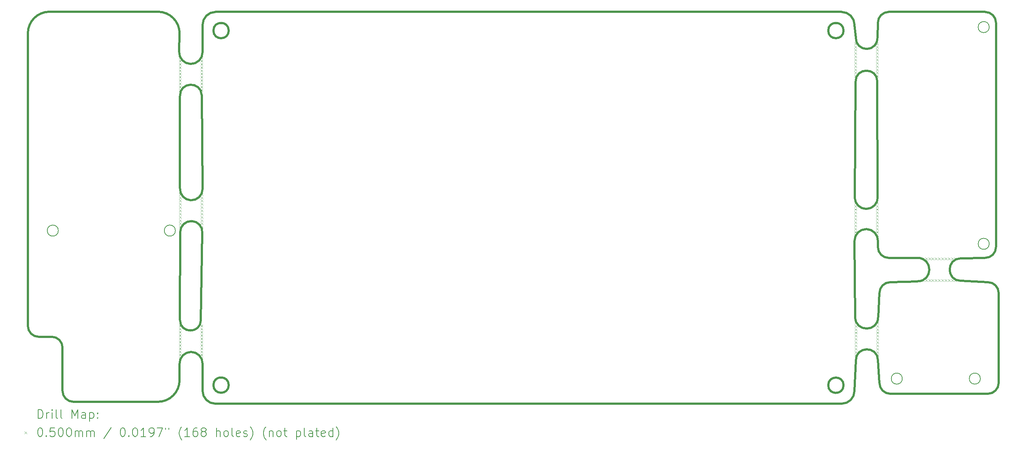
<source format=gbr>
%TF.GenerationSoftware,KiCad,Pcbnew,8.0.7*%
%TF.CreationDate,2025-06-17T16:53:55+08:00*%
%TF.ProjectId,TT_0.4_Control_board!,54545f30-2e34-45f4-936f-6e74726f6c5f,rev?*%
%TF.SameCoordinates,Original*%
%TF.FileFunction,Drillmap*%
%TF.FilePolarity,Positive*%
%FSLAX45Y45*%
G04 Gerber Fmt 4.5, Leading zero omitted, Abs format (unit mm)*
G04 Created by KiCad (PCBNEW 8.0.7) date 2025-06-17 16:53:55*
%MOMM*%
%LPD*%
G01*
G04 APERTURE LIST*
%ADD10C,0.500000*%
%ADD11C,0.200000*%
%ADD12C,0.100000*%
G04 APERTURE END LIST*
D10*
X3260000Y-6415000D02*
G75*
G02*
X3760000Y-5915000I500000J0D01*
G01*
X22330000Y-6220000D02*
X22360000Y-6515000D01*
D11*
X3962500Y-10965000D02*
G75*
G02*
X3707500Y-10965000I-127500J0D01*
G01*
X3707500Y-10965000D02*
G75*
G02*
X3962500Y-10965000I127500J0D01*
G01*
D10*
X23155000Y-12155000D02*
X23785000Y-12135000D01*
X22859768Y-6510308D02*
X22868500Y-6170000D01*
X22030000Y-5920000D02*
G75*
G02*
X22330000Y-6220000I0J-300000D01*
G01*
X6775000Y-11000000D02*
G75*
G02*
X7284219Y-11019939I255000J0D01*
G01*
X22355000Y-7525000D02*
X22335000Y-10205000D01*
X6260000Y-5915000D02*
G75*
G02*
X6760000Y-6415000I0J-500000D01*
G01*
X22355000Y-7525000D02*
G75*
G02*
X22855000Y-7525000I250000J0D01*
G01*
X22076918Y-14533082D02*
G75*
G02*
X21723082Y-14533082I-176918J0D01*
G01*
X21723082Y-14533082D02*
G75*
G02*
X22076918Y-14533082I176918J0D01*
G01*
X4060000Y-13665000D02*
X4060000Y-14665000D01*
X25593500Y-11345000D02*
G75*
G02*
X25343500Y-11595000I-250000J0D01*
G01*
X23118500Y-11595000D02*
G75*
G02*
X22868500Y-11345000I0J250000D01*
G01*
X25593500Y-6170000D02*
X25593500Y-11345000D01*
X23155000Y-14730000D02*
G75*
G02*
X22905000Y-14480000I0J250000D01*
G01*
X24785000Y-12125000D02*
G75*
G02*
X24785000Y-11605000I0J260000D01*
G01*
X7290000Y-6850000D02*
X7290000Y-6220000D01*
X23118500Y-5920000D02*
X25343500Y-5920000D01*
X7290000Y-6220000D02*
G75*
G02*
X7590000Y-5920000I300000J0D01*
G01*
X22868500Y-6170000D02*
G75*
G02*
X23118500Y-5920000I250000J0D01*
G01*
X3810000Y-13415000D02*
G75*
G02*
X4060000Y-13665000I0J-250000D01*
G01*
X6760000Y-14040000D02*
X6760000Y-14415000D01*
X7290000Y-6850000D02*
G75*
G02*
X6750200Y-6839623I-270000J0D01*
G01*
X22869920Y-11206583D02*
X22868500Y-11345000D01*
X25405000Y-14730000D02*
X23155000Y-14730000D01*
X25343500Y-5920000D02*
G75*
G02*
X25593500Y-6170000I0J-250000D01*
G01*
X4310000Y-14915000D02*
G75*
G02*
X4060000Y-14665000I0J250000D01*
G01*
X7290432Y-10005000D02*
G75*
G02*
X6770000Y-9990000I-260432J0D01*
G01*
D11*
X25437500Y-6270000D02*
G75*
G02*
X25182500Y-6270000I-127500J0D01*
G01*
X25182500Y-6270000D02*
G75*
G02*
X25437500Y-6270000I127500J0D01*
G01*
D10*
X7590000Y-14960000D02*
G75*
G02*
X7290000Y-14660000I0J300000D01*
G01*
D11*
X25437500Y-11270000D02*
G75*
G02*
X25182500Y-11270000I-127500J0D01*
G01*
X25182500Y-11270000D02*
G75*
G02*
X25437500Y-11270000I127500J0D01*
G01*
D10*
X22330000Y-11200000D02*
X22345000Y-12960000D01*
X22360050Y-13964999D02*
G75*
G02*
X22870048Y-13954899I255000J4999D01*
G01*
D11*
X6662500Y-10965000D02*
G75*
G02*
X6407500Y-10965000I-127500J0D01*
G01*
X6407500Y-10965000D02*
G75*
G02*
X6662500Y-10965000I127500J0D01*
G01*
D10*
X6775000Y-11000000D02*
X6770000Y-13030000D01*
X7269983Y-7839584D02*
X7290432Y-10005000D01*
X25405000Y-12155000D02*
G75*
G02*
X25655000Y-12405000I0J-250000D01*
G01*
X22875000Y-12960000D02*
G75*
G02*
X22345000Y-12960000I-265000J0D01*
G01*
X6770000Y-7860000D02*
G75*
G02*
X7269983Y-7839584I250000J10000D01*
G01*
X22330000Y-11200000D02*
G75*
G02*
X22869920Y-11206583I270000J0D01*
G01*
X7893836Y-6350000D02*
G75*
G02*
X7540000Y-6350000I-176918J0D01*
G01*
X7540000Y-6350000D02*
G75*
G02*
X7893836Y-6350000I176918J0D01*
G01*
X7590000Y-5920000D02*
X22030000Y-5920000D01*
X22905000Y-14480000D02*
X22870048Y-13954899D01*
X6770000Y-7860000D02*
X6770000Y-9990000D01*
X6260000Y-14915000D02*
X4310000Y-14915000D01*
X7251115Y-13035451D02*
G75*
G02*
X6769999Y-13030000I-240522J5867D01*
G01*
X6760000Y-6415000D02*
X6750200Y-6839623D01*
X22864975Y-10193838D02*
G75*
G02*
X22335000Y-10205000I-264976J-6162D01*
G01*
X22030000Y-14960000D02*
X7590000Y-14960000D01*
X7290092Y-14037165D02*
X7290000Y-14660000D01*
X22360050Y-13964999D02*
X22330000Y-14660000D01*
X6760000Y-14040000D02*
G75*
G02*
X7290092Y-14037165I265000J10000D01*
G01*
X3760000Y-5915000D02*
X6260000Y-5915000D01*
X6760000Y-14415000D02*
G75*
G02*
X6260000Y-14915000I-500000J0D01*
G01*
X7284219Y-11019939D02*
X7251115Y-13035451D01*
X3260000Y-13165000D02*
X3260000Y-6415000D01*
X3510000Y-13415000D02*
X3810000Y-13415000D01*
X23785000Y-11595000D02*
X23118500Y-11595000D01*
X22859768Y-6510308D02*
G75*
G02*
X22360000Y-6515000I-249768J-14692D01*
G01*
X22875000Y-12960000D02*
X22905000Y-12405000D01*
X22076918Y-6350000D02*
G75*
G02*
X21723082Y-6350000I-176918J0D01*
G01*
X21723082Y-6350000D02*
G75*
G02*
X22076918Y-6350000I176918J0D01*
G01*
X22905000Y-12405000D02*
G75*
G02*
X23155000Y-12155000I250000J0D01*
G01*
X22855000Y-7525000D02*
X22864975Y-10193838D01*
X22330000Y-14660000D02*
G75*
G02*
X22030000Y-14960000I-300000J0D01*
G01*
X3510000Y-13415000D02*
G75*
G02*
X3260000Y-13165000I0J250000D01*
G01*
X25655000Y-12405000D02*
X25655000Y-14480000D01*
X24785000Y-12125000D02*
X25405000Y-12155000D01*
D11*
X25232500Y-14380000D02*
G75*
G02*
X24977500Y-14380000I-127500J0D01*
G01*
X24977500Y-14380000D02*
G75*
G02*
X25232500Y-14380000I127500J0D01*
G01*
D10*
X7893836Y-14530000D02*
G75*
G02*
X7540000Y-14530000I-176918J0D01*
G01*
X7540000Y-14530000D02*
G75*
G02*
X7893836Y-14530000I176918J0D01*
G01*
X24785000Y-11605000D02*
X25343500Y-11595000D01*
D11*
X23432500Y-14380000D02*
G75*
G02*
X23177500Y-14380000I-127500J0D01*
G01*
X23177500Y-14380000D02*
G75*
G02*
X23432500Y-14380000I127500J0D01*
G01*
D10*
X25655000Y-14480000D02*
G75*
G02*
X25405000Y-14730000I-250000J0D01*
G01*
X23785000Y-11595000D02*
G75*
G02*
X23785000Y-12135000I0J-270000D01*
G01*
D11*
D12*
X6745000Y-6950000D02*
X6795000Y-7000000D01*
X6795000Y-6950000D02*
X6745000Y-7000000D01*
X6745000Y-7025000D02*
X6795000Y-7075000D01*
X6795000Y-7025000D02*
X6745000Y-7075000D01*
X6745000Y-7100000D02*
X6795000Y-7150000D01*
X6795000Y-7100000D02*
X6745000Y-7150000D01*
X6745000Y-7175000D02*
X6795000Y-7225000D01*
X6795000Y-7175000D02*
X6745000Y-7225000D01*
X6745000Y-7250000D02*
X6795000Y-7300000D01*
X6795000Y-7250000D02*
X6745000Y-7300000D01*
X6745000Y-7325000D02*
X6795000Y-7375000D01*
X6795000Y-7325000D02*
X6745000Y-7375000D01*
X6745000Y-7400000D02*
X6795000Y-7450000D01*
X6795000Y-7400000D02*
X6745000Y-7450000D01*
X6745000Y-7475000D02*
X6795000Y-7525000D01*
X6795000Y-7475000D02*
X6745000Y-7525000D01*
X6745000Y-7550000D02*
X6795000Y-7600000D01*
X6795000Y-7550000D02*
X6745000Y-7600000D01*
X6745000Y-7625000D02*
X6795000Y-7675000D01*
X6795000Y-7625000D02*
X6745000Y-7675000D01*
X6745000Y-7625000D02*
X6795000Y-7675000D01*
X6795000Y-7625000D02*
X6745000Y-7675000D01*
X6745000Y-7700000D02*
X6795000Y-7750000D01*
X6795000Y-7700000D02*
X6745000Y-7750000D01*
X6745000Y-13135000D02*
X6795000Y-13185000D01*
X6795000Y-13135000D02*
X6745000Y-13185000D01*
X6745000Y-13210000D02*
X6795000Y-13260000D01*
X6795000Y-13210000D02*
X6745000Y-13260000D01*
X6745000Y-13285000D02*
X6795000Y-13335000D01*
X6795000Y-13285000D02*
X6745000Y-13335000D01*
X6745000Y-13360000D02*
X6795000Y-13410000D01*
X6795000Y-13360000D02*
X6745000Y-13410000D01*
X6745000Y-13435000D02*
X6795000Y-13485000D01*
X6795000Y-13435000D02*
X6745000Y-13485000D01*
X6745000Y-13510000D02*
X6795000Y-13560000D01*
X6795000Y-13510000D02*
X6745000Y-13560000D01*
X6745000Y-13585000D02*
X6795000Y-13635000D01*
X6795000Y-13585000D02*
X6745000Y-13635000D01*
X6745000Y-13660000D02*
X6795000Y-13710000D01*
X6795000Y-13660000D02*
X6745000Y-13710000D01*
X6745000Y-13735000D02*
X6795000Y-13785000D01*
X6795000Y-13735000D02*
X6745000Y-13785000D01*
X6745000Y-13810000D02*
X6795000Y-13860000D01*
X6795000Y-13810000D02*
X6745000Y-13860000D01*
X6745000Y-13810000D02*
X6795000Y-13860000D01*
X6795000Y-13810000D02*
X6745000Y-13860000D01*
X6745000Y-13885000D02*
X6795000Y-13935000D01*
X6795000Y-13885000D02*
X6745000Y-13935000D01*
X6750000Y-10105000D02*
X6800000Y-10155000D01*
X6800000Y-10105000D02*
X6750000Y-10155000D01*
X6750000Y-10180000D02*
X6800000Y-10230000D01*
X6800000Y-10180000D02*
X6750000Y-10230000D01*
X6750000Y-10255000D02*
X6800000Y-10305000D01*
X6800000Y-10255000D02*
X6750000Y-10305000D01*
X6750000Y-10330000D02*
X6800000Y-10380000D01*
X6800000Y-10330000D02*
X6750000Y-10380000D01*
X6750000Y-10405000D02*
X6800000Y-10455000D01*
X6800000Y-10405000D02*
X6750000Y-10455000D01*
X6750000Y-10480000D02*
X6800000Y-10530000D01*
X6800000Y-10480000D02*
X6750000Y-10530000D01*
X6750000Y-10555000D02*
X6800000Y-10605000D01*
X6800000Y-10555000D02*
X6750000Y-10605000D01*
X6750000Y-10630000D02*
X6800000Y-10680000D01*
X6800000Y-10630000D02*
X6750000Y-10680000D01*
X6750000Y-10705000D02*
X6800000Y-10755000D01*
X6800000Y-10705000D02*
X6750000Y-10755000D01*
X6750000Y-10780000D02*
X6800000Y-10830000D01*
X6800000Y-10780000D02*
X6750000Y-10830000D01*
X6750000Y-10780000D02*
X6800000Y-10830000D01*
X6800000Y-10780000D02*
X6750000Y-10830000D01*
X6750000Y-10855000D02*
X6800000Y-10905000D01*
X6800000Y-10855000D02*
X6750000Y-10905000D01*
X7245000Y-6950000D02*
X7295000Y-7000000D01*
X7295000Y-6950000D02*
X7245000Y-7000000D01*
X7245000Y-7025000D02*
X7295000Y-7075000D01*
X7295000Y-7025000D02*
X7245000Y-7075000D01*
X7245000Y-7100000D02*
X7295000Y-7150000D01*
X7295000Y-7100000D02*
X7245000Y-7150000D01*
X7245000Y-7175000D02*
X7295000Y-7225000D01*
X7295000Y-7175000D02*
X7245000Y-7225000D01*
X7245000Y-7250000D02*
X7295000Y-7300000D01*
X7295000Y-7250000D02*
X7245000Y-7300000D01*
X7245000Y-7325000D02*
X7295000Y-7375000D01*
X7295000Y-7325000D02*
X7245000Y-7375000D01*
X7245000Y-7400000D02*
X7295000Y-7450000D01*
X7295000Y-7400000D02*
X7245000Y-7450000D01*
X7245000Y-7475000D02*
X7295000Y-7525000D01*
X7295000Y-7475000D02*
X7245000Y-7525000D01*
X7245000Y-7550000D02*
X7295000Y-7600000D01*
X7295000Y-7550000D02*
X7245000Y-7600000D01*
X7245000Y-7625000D02*
X7295000Y-7675000D01*
X7295000Y-7625000D02*
X7245000Y-7675000D01*
X7245000Y-7625000D02*
X7295000Y-7675000D01*
X7295000Y-7625000D02*
X7245000Y-7675000D01*
X7245000Y-7700000D02*
X7295000Y-7750000D01*
X7295000Y-7700000D02*
X7245000Y-7750000D01*
X7245000Y-13135000D02*
X7295000Y-13185000D01*
X7295000Y-13135000D02*
X7245000Y-13185000D01*
X7245000Y-13210000D02*
X7295000Y-13260000D01*
X7295000Y-13210000D02*
X7245000Y-13260000D01*
X7245000Y-13285000D02*
X7295000Y-13335000D01*
X7295000Y-13285000D02*
X7245000Y-13335000D01*
X7245000Y-13360000D02*
X7295000Y-13410000D01*
X7295000Y-13360000D02*
X7245000Y-13410000D01*
X7245000Y-13435000D02*
X7295000Y-13485000D01*
X7295000Y-13435000D02*
X7245000Y-13485000D01*
X7245000Y-13510000D02*
X7295000Y-13560000D01*
X7295000Y-13510000D02*
X7245000Y-13560000D01*
X7245000Y-13585000D02*
X7295000Y-13635000D01*
X7295000Y-13585000D02*
X7245000Y-13635000D01*
X7245000Y-13660000D02*
X7295000Y-13710000D01*
X7295000Y-13660000D02*
X7245000Y-13710000D01*
X7245000Y-13735000D02*
X7295000Y-13785000D01*
X7295000Y-13735000D02*
X7245000Y-13785000D01*
X7245000Y-13810000D02*
X7295000Y-13860000D01*
X7295000Y-13810000D02*
X7245000Y-13860000D01*
X7245000Y-13810000D02*
X7295000Y-13860000D01*
X7295000Y-13810000D02*
X7245000Y-13860000D01*
X7245000Y-13885000D02*
X7295000Y-13935000D01*
X7295000Y-13885000D02*
X7245000Y-13935000D01*
X7250000Y-10105000D02*
X7300000Y-10155000D01*
X7300000Y-10105000D02*
X7250000Y-10155000D01*
X7250000Y-10180000D02*
X7300000Y-10230000D01*
X7300000Y-10180000D02*
X7250000Y-10230000D01*
X7250000Y-10255000D02*
X7300000Y-10305000D01*
X7300000Y-10255000D02*
X7250000Y-10305000D01*
X7250000Y-10330000D02*
X7300000Y-10380000D01*
X7300000Y-10330000D02*
X7250000Y-10380000D01*
X7250000Y-10405000D02*
X7300000Y-10455000D01*
X7300000Y-10405000D02*
X7250000Y-10455000D01*
X7250000Y-10480000D02*
X7300000Y-10530000D01*
X7300000Y-10480000D02*
X7250000Y-10530000D01*
X7250000Y-10555000D02*
X7300000Y-10605000D01*
X7300000Y-10555000D02*
X7250000Y-10605000D01*
X7250000Y-10630000D02*
X7300000Y-10680000D01*
X7300000Y-10630000D02*
X7250000Y-10680000D01*
X7250000Y-10705000D02*
X7300000Y-10755000D01*
X7300000Y-10705000D02*
X7250000Y-10755000D01*
X7250000Y-10780000D02*
X7300000Y-10830000D01*
X7300000Y-10780000D02*
X7250000Y-10830000D01*
X7250000Y-10780000D02*
X7300000Y-10830000D01*
X7300000Y-10780000D02*
X7250000Y-10830000D01*
X7250000Y-10855000D02*
X7300000Y-10905000D01*
X7300000Y-10855000D02*
X7250000Y-10905000D01*
X22325000Y-10300000D02*
X22375000Y-10350000D01*
X22375000Y-10300000D02*
X22325000Y-10350000D01*
X22325000Y-10375000D02*
X22375000Y-10425000D01*
X22375000Y-10375000D02*
X22325000Y-10425000D01*
X22325000Y-10450000D02*
X22375000Y-10500000D01*
X22375000Y-10450000D02*
X22325000Y-10500000D01*
X22325000Y-10525000D02*
X22375000Y-10575000D01*
X22375000Y-10525000D02*
X22325000Y-10575000D01*
X22325000Y-10600000D02*
X22375000Y-10650000D01*
X22375000Y-10600000D02*
X22325000Y-10650000D01*
X22325000Y-10675000D02*
X22375000Y-10725000D01*
X22375000Y-10675000D02*
X22325000Y-10725000D01*
X22325000Y-10750000D02*
X22375000Y-10800000D01*
X22375000Y-10750000D02*
X22325000Y-10800000D01*
X22325000Y-10825000D02*
X22375000Y-10875000D01*
X22375000Y-10825000D02*
X22325000Y-10875000D01*
X22325000Y-10900000D02*
X22375000Y-10950000D01*
X22375000Y-10900000D02*
X22325000Y-10950000D01*
X22325000Y-10975000D02*
X22375000Y-11025000D01*
X22375000Y-10975000D02*
X22325000Y-11025000D01*
X22325000Y-10975000D02*
X22375000Y-11025000D01*
X22375000Y-10975000D02*
X22325000Y-11025000D01*
X22325000Y-11050000D02*
X22375000Y-11100000D01*
X22375000Y-11050000D02*
X22325000Y-11100000D01*
X22330000Y-6625000D02*
X22380000Y-6675000D01*
X22380000Y-6625000D02*
X22330000Y-6675000D01*
X22330000Y-6700000D02*
X22380000Y-6750000D01*
X22380000Y-6700000D02*
X22330000Y-6750000D01*
X22330000Y-6775000D02*
X22380000Y-6825000D01*
X22380000Y-6775000D02*
X22330000Y-6825000D01*
X22330000Y-6850000D02*
X22380000Y-6900000D01*
X22380000Y-6850000D02*
X22330000Y-6900000D01*
X22330000Y-6925000D02*
X22380000Y-6975000D01*
X22380000Y-6925000D02*
X22330000Y-6975000D01*
X22330000Y-7000000D02*
X22380000Y-7050000D01*
X22380000Y-7000000D02*
X22330000Y-7050000D01*
X22330000Y-7075000D02*
X22380000Y-7125000D01*
X22380000Y-7075000D02*
X22330000Y-7125000D01*
X22330000Y-7150000D02*
X22380000Y-7200000D01*
X22380000Y-7150000D02*
X22330000Y-7200000D01*
X22330000Y-7225000D02*
X22380000Y-7275000D01*
X22380000Y-7225000D02*
X22330000Y-7275000D01*
X22330000Y-7300000D02*
X22380000Y-7350000D01*
X22380000Y-7300000D02*
X22330000Y-7350000D01*
X22330000Y-7300000D02*
X22380000Y-7350000D01*
X22380000Y-7300000D02*
X22330000Y-7350000D01*
X22330000Y-7375000D02*
X22380000Y-7425000D01*
X22380000Y-7375000D02*
X22330000Y-7425000D01*
X22335000Y-13070000D02*
X22385000Y-13120000D01*
X22385000Y-13070000D02*
X22335000Y-13120000D01*
X22335000Y-13145000D02*
X22385000Y-13195000D01*
X22385000Y-13145000D02*
X22335000Y-13195000D01*
X22335000Y-13220000D02*
X22385000Y-13270000D01*
X22385000Y-13220000D02*
X22335000Y-13270000D01*
X22335000Y-13295000D02*
X22385000Y-13345000D01*
X22385000Y-13295000D02*
X22335000Y-13345000D01*
X22335000Y-13370000D02*
X22385000Y-13420000D01*
X22385000Y-13370000D02*
X22335000Y-13420000D01*
X22335000Y-13445000D02*
X22385000Y-13495000D01*
X22385000Y-13445000D02*
X22335000Y-13495000D01*
X22335000Y-13520000D02*
X22385000Y-13570000D01*
X22385000Y-13520000D02*
X22335000Y-13570000D01*
X22335000Y-13595000D02*
X22385000Y-13645000D01*
X22385000Y-13595000D02*
X22335000Y-13645000D01*
X22335000Y-13670000D02*
X22385000Y-13720000D01*
X22385000Y-13670000D02*
X22335000Y-13720000D01*
X22335000Y-13745000D02*
X22385000Y-13795000D01*
X22385000Y-13745000D02*
X22335000Y-13795000D01*
X22335000Y-13745000D02*
X22385000Y-13795000D01*
X22385000Y-13745000D02*
X22335000Y-13795000D01*
X22335000Y-13820000D02*
X22385000Y-13870000D01*
X22385000Y-13820000D02*
X22335000Y-13870000D01*
X22825000Y-10300000D02*
X22875000Y-10350000D01*
X22875000Y-10300000D02*
X22825000Y-10350000D01*
X22825000Y-10375000D02*
X22875000Y-10425000D01*
X22875000Y-10375000D02*
X22825000Y-10425000D01*
X22825000Y-10450000D02*
X22875000Y-10500000D01*
X22875000Y-10450000D02*
X22825000Y-10500000D01*
X22825000Y-10525000D02*
X22875000Y-10575000D01*
X22875000Y-10525000D02*
X22825000Y-10575000D01*
X22825000Y-10600000D02*
X22875000Y-10650000D01*
X22875000Y-10600000D02*
X22825000Y-10650000D01*
X22825000Y-10675000D02*
X22875000Y-10725000D01*
X22875000Y-10675000D02*
X22825000Y-10725000D01*
X22825000Y-10750000D02*
X22875000Y-10800000D01*
X22875000Y-10750000D02*
X22825000Y-10800000D01*
X22825000Y-10825000D02*
X22875000Y-10875000D01*
X22875000Y-10825000D02*
X22825000Y-10875000D01*
X22825000Y-10900000D02*
X22875000Y-10950000D01*
X22875000Y-10900000D02*
X22825000Y-10950000D01*
X22825000Y-10975000D02*
X22875000Y-11025000D01*
X22875000Y-10975000D02*
X22825000Y-11025000D01*
X22825000Y-10975000D02*
X22875000Y-11025000D01*
X22875000Y-10975000D02*
X22825000Y-11025000D01*
X22825000Y-11050000D02*
X22875000Y-11100000D01*
X22875000Y-11050000D02*
X22825000Y-11100000D01*
X22830000Y-6625000D02*
X22880000Y-6675000D01*
X22880000Y-6625000D02*
X22830000Y-6675000D01*
X22830000Y-6700000D02*
X22880000Y-6750000D01*
X22880000Y-6700000D02*
X22830000Y-6750000D01*
X22830000Y-6775000D02*
X22880000Y-6825000D01*
X22880000Y-6775000D02*
X22830000Y-6825000D01*
X22830000Y-6850000D02*
X22880000Y-6900000D01*
X22880000Y-6850000D02*
X22830000Y-6900000D01*
X22830000Y-6925000D02*
X22880000Y-6975000D01*
X22880000Y-6925000D02*
X22830000Y-6975000D01*
X22830000Y-7000000D02*
X22880000Y-7050000D01*
X22880000Y-7000000D02*
X22830000Y-7050000D01*
X22830000Y-7075000D02*
X22880000Y-7125000D01*
X22880000Y-7075000D02*
X22830000Y-7125000D01*
X22830000Y-7150000D02*
X22880000Y-7200000D01*
X22880000Y-7150000D02*
X22830000Y-7200000D01*
X22830000Y-7225000D02*
X22880000Y-7275000D01*
X22880000Y-7225000D02*
X22830000Y-7275000D01*
X22830000Y-7300000D02*
X22880000Y-7350000D01*
X22880000Y-7300000D02*
X22830000Y-7350000D01*
X22830000Y-7300000D02*
X22880000Y-7350000D01*
X22880000Y-7300000D02*
X22830000Y-7350000D01*
X22830000Y-7375000D02*
X22880000Y-7425000D01*
X22880000Y-7375000D02*
X22830000Y-7425000D01*
X22835000Y-13070000D02*
X22885000Y-13120000D01*
X22885000Y-13070000D02*
X22835000Y-13120000D01*
X22835000Y-13145000D02*
X22885000Y-13195000D01*
X22885000Y-13145000D02*
X22835000Y-13195000D01*
X22835000Y-13220000D02*
X22885000Y-13270000D01*
X22885000Y-13220000D02*
X22835000Y-13270000D01*
X22835000Y-13295000D02*
X22885000Y-13345000D01*
X22885000Y-13295000D02*
X22835000Y-13345000D01*
X22835000Y-13370000D02*
X22885000Y-13420000D01*
X22885000Y-13370000D02*
X22835000Y-13420000D01*
X22835000Y-13445000D02*
X22885000Y-13495000D01*
X22885000Y-13445000D02*
X22835000Y-13495000D01*
X22835000Y-13520000D02*
X22885000Y-13570000D01*
X22885000Y-13520000D02*
X22835000Y-13570000D01*
X22835000Y-13595000D02*
X22885000Y-13645000D01*
X22885000Y-13595000D02*
X22835000Y-13645000D01*
X22835000Y-13670000D02*
X22885000Y-13720000D01*
X22885000Y-13670000D02*
X22835000Y-13720000D01*
X22835000Y-13745000D02*
X22885000Y-13795000D01*
X22885000Y-13745000D02*
X22835000Y-13795000D01*
X22835000Y-13745000D02*
X22885000Y-13795000D01*
X22885000Y-13745000D02*
X22835000Y-13795000D01*
X22835000Y-13820000D02*
X22885000Y-13870000D01*
X22885000Y-13820000D02*
X22835000Y-13870000D01*
X23885000Y-11590000D02*
X23935000Y-11640000D01*
X23935000Y-11590000D02*
X23885000Y-11640000D01*
X23885000Y-12090000D02*
X23935000Y-12140000D01*
X23935000Y-12090000D02*
X23885000Y-12140000D01*
X23960000Y-11590000D02*
X24010000Y-11640000D01*
X24010000Y-11590000D02*
X23960000Y-11640000D01*
X23960000Y-12090000D02*
X24010000Y-12140000D01*
X24010000Y-12090000D02*
X23960000Y-12140000D01*
X24035000Y-11590000D02*
X24085000Y-11640000D01*
X24085000Y-11590000D02*
X24035000Y-11640000D01*
X24035000Y-12090000D02*
X24085000Y-12140000D01*
X24085000Y-12090000D02*
X24035000Y-12140000D01*
X24110000Y-11590000D02*
X24160000Y-11640000D01*
X24160000Y-11590000D02*
X24110000Y-11640000D01*
X24110000Y-12090000D02*
X24160000Y-12140000D01*
X24160000Y-12090000D02*
X24110000Y-12140000D01*
X24185000Y-11590000D02*
X24235000Y-11640000D01*
X24235000Y-11590000D02*
X24185000Y-11640000D01*
X24185000Y-12090000D02*
X24235000Y-12140000D01*
X24235000Y-12090000D02*
X24185000Y-12140000D01*
X24260000Y-11590000D02*
X24310000Y-11640000D01*
X24310000Y-11590000D02*
X24260000Y-11640000D01*
X24260000Y-12090000D02*
X24310000Y-12140000D01*
X24310000Y-12090000D02*
X24260000Y-12140000D01*
X24335000Y-11590000D02*
X24385000Y-11640000D01*
X24385000Y-11590000D02*
X24335000Y-11640000D01*
X24335000Y-12090000D02*
X24385000Y-12140000D01*
X24385000Y-12090000D02*
X24335000Y-12140000D01*
X24410000Y-11590000D02*
X24460000Y-11640000D01*
X24460000Y-11590000D02*
X24410000Y-11640000D01*
X24410000Y-12090000D02*
X24460000Y-12140000D01*
X24460000Y-12090000D02*
X24410000Y-12140000D01*
X24485000Y-11590000D02*
X24535000Y-11640000D01*
X24535000Y-11590000D02*
X24485000Y-11640000D01*
X24485000Y-12090000D02*
X24535000Y-12140000D01*
X24535000Y-12090000D02*
X24485000Y-12140000D01*
X24560000Y-11590000D02*
X24610000Y-11640000D01*
X24610000Y-11590000D02*
X24560000Y-11640000D01*
X24560000Y-11590000D02*
X24610000Y-11640000D01*
X24610000Y-11590000D02*
X24560000Y-11640000D01*
X24560000Y-12090000D02*
X24610000Y-12140000D01*
X24610000Y-12090000D02*
X24560000Y-12140000D01*
X24560000Y-12090000D02*
X24610000Y-12140000D01*
X24610000Y-12090000D02*
X24560000Y-12140000D01*
X24635000Y-11590000D02*
X24685000Y-11640000D01*
X24685000Y-11590000D02*
X24635000Y-11640000D01*
X24635000Y-12090000D02*
X24685000Y-12140000D01*
X24685000Y-12090000D02*
X24635000Y-12140000D01*
D11*
X3495777Y-15296484D02*
X3495777Y-15096484D01*
X3495777Y-15096484D02*
X3543396Y-15096484D01*
X3543396Y-15096484D02*
X3571967Y-15106008D01*
X3571967Y-15106008D02*
X3591015Y-15125055D01*
X3591015Y-15125055D02*
X3600539Y-15144103D01*
X3600539Y-15144103D02*
X3610062Y-15182198D01*
X3610062Y-15182198D02*
X3610062Y-15210769D01*
X3610062Y-15210769D02*
X3600539Y-15248865D01*
X3600539Y-15248865D02*
X3591015Y-15267912D01*
X3591015Y-15267912D02*
X3571967Y-15286960D01*
X3571967Y-15286960D02*
X3543396Y-15296484D01*
X3543396Y-15296484D02*
X3495777Y-15296484D01*
X3695777Y-15296484D02*
X3695777Y-15163150D01*
X3695777Y-15201246D02*
X3705301Y-15182198D01*
X3705301Y-15182198D02*
X3714824Y-15172674D01*
X3714824Y-15172674D02*
X3733872Y-15163150D01*
X3733872Y-15163150D02*
X3752920Y-15163150D01*
X3819586Y-15296484D02*
X3819586Y-15163150D01*
X3819586Y-15096484D02*
X3810062Y-15106008D01*
X3810062Y-15106008D02*
X3819586Y-15115531D01*
X3819586Y-15115531D02*
X3829110Y-15106008D01*
X3829110Y-15106008D02*
X3819586Y-15096484D01*
X3819586Y-15096484D02*
X3819586Y-15115531D01*
X3943396Y-15296484D02*
X3924348Y-15286960D01*
X3924348Y-15286960D02*
X3914824Y-15267912D01*
X3914824Y-15267912D02*
X3914824Y-15096484D01*
X4048158Y-15296484D02*
X4029110Y-15286960D01*
X4029110Y-15286960D02*
X4019586Y-15267912D01*
X4019586Y-15267912D02*
X4019586Y-15096484D01*
X4276729Y-15296484D02*
X4276729Y-15096484D01*
X4276729Y-15096484D02*
X4343396Y-15239341D01*
X4343396Y-15239341D02*
X4410063Y-15096484D01*
X4410063Y-15096484D02*
X4410063Y-15296484D01*
X4591015Y-15296484D02*
X4591015Y-15191722D01*
X4591015Y-15191722D02*
X4581491Y-15172674D01*
X4581491Y-15172674D02*
X4562444Y-15163150D01*
X4562444Y-15163150D02*
X4524348Y-15163150D01*
X4524348Y-15163150D02*
X4505301Y-15172674D01*
X4591015Y-15286960D02*
X4571967Y-15296484D01*
X4571967Y-15296484D02*
X4524348Y-15296484D01*
X4524348Y-15296484D02*
X4505301Y-15286960D01*
X4505301Y-15286960D02*
X4495777Y-15267912D01*
X4495777Y-15267912D02*
X4495777Y-15248865D01*
X4495777Y-15248865D02*
X4505301Y-15229817D01*
X4505301Y-15229817D02*
X4524348Y-15220293D01*
X4524348Y-15220293D02*
X4571967Y-15220293D01*
X4571967Y-15220293D02*
X4591015Y-15210769D01*
X4686253Y-15163150D02*
X4686253Y-15363150D01*
X4686253Y-15172674D02*
X4705301Y-15163150D01*
X4705301Y-15163150D02*
X4743396Y-15163150D01*
X4743396Y-15163150D02*
X4762444Y-15172674D01*
X4762444Y-15172674D02*
X4771967Y-15182198D01*
X4771967Y-15182198D02*
X4781491Y-15201246D01*
X4781491Y-15201246D02*
X4781491Y-15258388D01*
X4781491Y-15258388D02*
X4771967Y-15277436D01*
X4771967Y-15277436D02*
X4762444Y-15286960D01*
X4762444Y-15286960D02*
X4743396Y-15296484D01*
X4743396Y-15296484D02*
X4705301Y-15296484D01*
X4705301Y-15296484D02*
X4686253Y-15286960D01*
X4867205Y-15277436D02*
X4876729Y-15286960D01*
X4876729Y-15286960D02*
X4867205Y-15296484D01*
X4867205Y-15296484D02*
X4857682Y-15286960D01*
X4857682Y-15286960D02*
X4867205Y-15277436D01*
X4867205Y-15277436D02*
X4867205Y-15296484D01*
X4867205Y-15172674D02*
X4876729Y-15182198D01*
X4876729Y-15182198D02*
X4867205Y-15191722D01*
X4867205Y-15191722D02*
X4857682Y-15182198D01*
X4857682Y-15182198D02*
X4867205Y-15172674D01*
X4867205Y-15172674D02*
X4867205Y-15191722D01*
D12*
X3185000Y-15600000D02*
X3235000Y-15650000D01*
X3235000Y-15600000D02*
X3185000Y-15650000D01*
D11*
X3533872Y-15516484D02*
X3552920Y-15516484D01*
X3552920Y-15516484D02*
X3571967Y-15526008D01*
X3571967Y-15526008D02*
X3581491Y-15535531D01*
X3581491Y-15535531D02*
X3591015Y-15554579D01*
X3591015Y-15554579D02*
X3600539Y-15592674D01*
X3600539Y-15592674D02*
X3600539Y-15640293D01*
X3600539Y-15640293D02*
X3591015Y-15678388D01*
X3591015Y-15678388D02*
X3581491Y-15697436D01*
X3581491Y-15697436D02*
X3571967Y-15706960D01*
X3571967Y-15706960D02*
X3552920Y-15716484D01*
X3552920Y-15716484D02*
X3533872Y-15716484D01*
X3533872Y-15716484D02*
X3514824Y-15706960D01*
X3514824Y-15706960D02*
X3505301Y-15697436D01*
X3505301Y-15697436D02*
X3495777Y-15678388D01*
X3495777Y-15678388D02*
X3486253Y-15640293D01*
X3486253Y-15640293D02*
X3486253Y-15592674D01*
X3486253Y-15592674D02*
X3495777Y-15554579D01*
X3495777Y-15554579D02*
X3505301Y-15535531D01*
X3505301Y-15535531D02*
X3514824Y-15526008D01*
X3514824Y-15526008D02*
X3533872Y-15516484D01*
X3686253Y-15697436D02*
X3695777Y-15706960D01*
X3695777Y-15706960D02*
X3686253Y-15716484D01*
X3686253Y-15716484D02*
X3676729Y-15706960D01*
X3676729Y-15706960D02*
X3686253Y-15697436D01*
X3686253Y-15697436D02*
X3686253Y-15716484D01*
X3876729Y-15516484D02*
X3781491Y-15516484D01*
X3781491Y-15516484D02*
X3771967Y-15611722D01*
X3771967Y-15611722D02*
X3781491Y-15602198D01*
X3781491Y-15602198D02*
X3800539Y-15592674D01*
X3800539Y-15592674D02*
X3848158Y-15592674D01*
X3848158Y-15592674D02*
X3867205Y-15602198D01*
X3867205Y-15602198D02*
X3876729Y-15611722D01*
X3876729Y-15611722D02*
X3886253Y-15630769D01*
X3886253Y-15630769D02*
X3886253Y-15678388D01*
X3886253Y-15678388D02*
X3876729Y-15697436D01*
X3876729Y-15697436D02*
X3867205Y-15706960D01*
X3867205Y-15706960D02*
X3848158Y-15716484D01*
X3848158Y-15716484D02*
X3800539Y-15716484D01*
X3800539Y-15716484D02*
X3781491Y-15706960D01*
X3781491Y-15706960D02*
X3771967Y-15697436D01*
X4010062Y-15516484D02*
X4029110Y-15516484D01*
X4029110Y-15516484D02*
X4048158Y-15526008D01*
X4048158Y-15526008D02*
X4057682Y-15535531D01*
X4057682Y-15535531D02*
X4067205Y-15554579D01*
X4067205Y-15554579D02*
X4076729Y-15592674D01*
X4076729Y-15592674D02*
X4076729Y-15640293D01*
X4076729Y-15640293D02*
X4067205Y-15678388D01*
X4067205Y-15678388D02*
X4057682Y-15697436D01*
X4057682Y-15697436D02*
X4048158Y-15706960D01*
X4048158Y-15706960D02*
X4029110Y-15716484D01*
X4029110Y-15716484D02*
X4010062Y-15716484D01*
X4010062Y-15716484D02*
X3991015Y-15706960D01*
X3991015Y-15706960D02*
X3981491Y-15697436D01*
X3981491Y-15697436D02*
X3971967Y-15678388D01*
X3971967Y-15678388D02*
X3962443Y-15640293D01*
X3962443Y-15640293D02*
X3962443Y-15592674D01*
X3962443Y-15592674D02*
X3971967Y-15554579D01*
X3971967Y-15554579D02*
X3981491Y-15535531D01*
X3981491Y-15535531D02*
X3991015Y-15526008D01*
X3991015Y-15526008D02*
X4010062Y-15516484D01*
X4200539Y-15516484D02*
X4219586Y-15516484D01*
X4219586Y-15516484D02*
X4238634Y-15526008D01*
X4238634Y-15526008D02*
X4248158Y-15535531D01*
X4248158Y-15535531D02*
X4257682Y-15554579D01*
X4257682Y-15554579D02*
X4267205Y-15592674D01*
X4267205Y-15592674D02*
X4267205Y-15640293D01*
X4267205Y-15640293D02*
X4257682Y-15678388D01*
X4257682Y-15678388D02*
X4248158Y-15697436D01*
X4248158Y-15697436D02*
X4238634Y-15706960D01*
X4238634Y-15706960D02*
X4219586Y-15716484D01*
X4219586Y-15716484D02*
X4200539Y-15716484D01*
X4200539Y-15716484D02*
X4181491Y-15706960D01*
X4181491Y-15706960D02*
X4171967Y-15697436D01*
X4171967Y-15697436D02*
X4162443Y-15678388D01*
X4162443Y-15678388D02*
X4152920Y-15640293D01*
X4152920Y-15640293D02*
X4152920Y-15592674D01*
X4152920Y-15592674D02*
X4162443Y-15554579D01*
X4162443Y-15554579D02*
X4171967Y-15535531D01*
X4171967Y-15535531D02*
X4181491Y-15526008D01*
X4181491Y-15526008D02*
X4200539Y-15516484D01*
X4352920Y-15716484D02*
X4352920Y-15583150D01*
X4352920Y-15602198D02*
X4362444Y-15592674D01*
X4362444Y-15592674D02*
X4381491Y-15583150D01*
X4381491Y-15583150D02*
X4410063Y-15583150D01*
X4410063Y-15583150D02*
X4429110Y-15592674D01*
X4429110Y-15592674D02*
X4438634Y-15611722D01*
X4438634Y-15611722D02*
X4438634Y-15716484D01*
X4438634Y-15611722D02*
X4448158Y-15592674D01*
X4448158Y-15592674D02*
X4467205Y-15583150D01*
X4467205Y-15583150D02*
X4495777Y-15583150D01*
X4495777Y-15583150D02*
X4514825Y-15592674D01*
X4514825Y-15592674D02*
X4524348Y-15611722D01*
X4524348Y-15611722D02*
X4524348Y-15716484D01*
X4619586Y-15716484D02*
X4619586Y-15583150D01*
X4619586Y-15602198D02*
X4629110Y-15592674D01*
X4629110Y-15592674D02*
X4648158Y-15583150D01*
X4648158Y-15583150D02*
X4676729Y-15583150D01*
X4676729Y-15583150D02*
X4695777Y-15592674D01*
X4695777Y-15592674D02*
X4705301Y-15611722D01*
X4705301Y-15611722D02*
X4705301Y-15716484D01*
X4705301Y-15611722D02*
X4714825Y-15592674D01*
X4714825Y-15592674D02*
X4733872Y-15583150D01*
X4733872Y-15583150D02*
X4762444Y-15583150D01*
X4762444Y-15583150D02*
X4781491Y-15592674D01*
X4781491Y-15592674D02*
X4791015Y-15611722D01*
X4791015Y-15611722D02*
X4791015Y-15716484D01*
X5181491Y-15506960D02*
X5010063Y-15764103D01*
X5438634Y-15516484D02*
X5457682Y-15516484D01*
X5457682Y-15516484D02*
X5476729Y-15526008D01*
X5476729Y-15526008D02*
X5486253Y-15535531D01*
X5486253Y-15535531D02*
X5495777Y-15554579D01*
X5495777Y-15554579D02*
X5505301Y-15592674D01*
X5505301Y-15592674D02*
X5505301Y-15640293D01*
X5505301Y-15640293D02*
X5495777Y-15678388D01*
X5495777Y-15678388D02*
X5486253Y-15697436D01*
X5486253Y-15697436D02*
X5476729Y-15706960D01*
X5476729Y-15706960D02*
X5457682Y-15716484D01*
X5457682Y-15716484D02*
X5438634Y-15716484D01*
X5438634Y-15716484D02*
X5419587Y-15706960D01*
X5419587Y-15706960D02*
X5410063Y-15697436D01*
X5410063Y-15697436D02*
X5400539Y-15678388D01*
X5400539Y-15678388D02*
X5391015Y-15640293D01*
X5391015Y-15640293D02*
X5391015Y-15592674D01*
X5391015Y-15592674D02*
X5400539Y-15554579D01*
X5400539Y-15554579D02*
X5410063Y-15535531D01*
X5410063Y-15535531D02*
X5419587Y-15526008D01*
X5419587Y-15526008D02*
X5438634Y-15516484D01*
X5591015Y-15697436D02*
X5600539Y-15706960D01*
X5600539Y-15706960D02*
X5591015Y-15716484D01*
X5591015Y-15716484D02*
X5581491Y-15706960D01*
X5581491Y-15706960D02*
X5591015Y-15697436D01*
X5591015Y-15697436D02*
X5591015Y-15716484D01*
X5724348Y-15516484D02*
X5743396Y-15516484D01*
X5743396Y-15516484D02*
X5762444Y-15526008D01*
X5762444Y-15526008D02*
X5771967Y-15535531D01*
X5771967Y-15535531D02*
X5781491Y-15554579D01*
X5781491Y-15554579D02*
X5791015Y-15592674D01*
X5791015Y-15592674D02*
X5791015Y-15640293D01*
X5791015Y-15640293D02*
X5781491Y-15678388D01*
X5781491Y-15678388D02*
X5771967Y-15697436D01*
X5771967Y-15697436D02*
X5762444Y-15706960D01*
X5762444Y-15706960D02*
X5743396Y-15716484D01*
X5743396Y-15716484D02*
X5724348Y-15716484D01*
X5724348Y-15716484D02*
X5705301Y-15706960D01*
X5705301Y-15706960D02*
X5695777Y-15697436D01*
X5695777Y-15697436D02*
X5686253Y-15678388D01*
X5686253Y-15678388D02*
X5676729Y-15640293D01*
X5676729Y-15640293D02*
X5676729Y-15592674D01*
X5676729Y-15592674D02*
X5686253Y-15554579D01*
X5686253Y-15554579D02*
X5695777Y-15535531D01*
X5695777Y-15535531D02*
X5705301Y-15526008D01*
X5705301Y-15526008D02*
X5724348Y-15516484D01*
X5981491Y-15716484D02*
X5867206Y-15716484D01*
X5924348Y-15716484D02*
X5924348Y-15516484D01*
X5924348Y-15516484D02*
X5905301Y-15545055D01*
X5905301Y-15545055D02*
X5886253Y-15564103D01*
X5886253Y-15564103D02*
X5867206Y-15573627D01*
X6076729Y-15716484D02*
X6114825Y-15716484D01*
X6114825Y-15716484D02*
X6133872Y-15706960D01*
X6133872Y-15706960D02*
X6143396Y-15697436D01*
X6143396Y-15697436D02*
X6162444Y-15668865D01*
X6162444Y-15668865D02*
X6171967Y-15630769D01*
X6171967Y-15630769D02*
X6171967Y-15554579D01*
X6171967Y-15554579D02*
X6162444Y-15535531D01*
X6162444Y-15535531D02*
X6152920Y-15526008D01*
X6152920Y-15526008D02*
X6133872Y-15516484D01*
X6133872Y-15516484D02*
X6095777Y-15516484D01*
X6095777Y-15516484D02*
X6076729Y-15526008D01*
X6076729Y-15526008D02*
X6067206Y-15535531D01*
X6067206Y-15535531D02*
X6057682Y-15554579D01*
X6057682Y-15554579D02*
X6057682Y-15602198D01*
X6057682Y-15602198D02*
X6067206Y-15621246D01*
X6067206Y-15621246D02*
X6076729Y-15630769D01*
X6076729Y-15630769D02*
X6095777Y-15640293D01*
X6095777Y-15640293D02*
X6133872Y-15640293D01*
X6133872Y-15640293D02*
X6152920Y-15630769D01*
X6152920Y-15630769D02*
X6162444Y-15621246D01*
X6162444Y-15621246D02*
X6171967Y-15602198D01*
X6238634Y-15516484D02*
X6371967Y-15516484D01*
X6371967Y-15516484D02*
X6286253Y-15716484D01*
X6438634Y-15516484D02*
X6438634Y-15554579D01*
X6514825Y-15516484D02*
X6514825Y-15554579D01*
X6810063Y-15792674D02*
X6800539Y-15783150D01*
X6800539Y-15783150D02*
X6781491Y-15754579D01*
X6781491Y-15754579D02*
X6771968Y-15735531D01*
X6771968Y-15735531D02*
X6762444Y-15706960D01*
X6762444Y-15706960D02*
X6752920Y-15659341D01*
X6752920Y-15659341D02*
X6752920Y-15621246D01*
X6752920Y-15621246D02*
X6762444Y-15573627D01*
X6762444Y-15573627D02*
X6771968Y-15545055D01*
X6771968Y-15545055D02*
X6781491Y-15526008D01*
X6781491Y-15526008D02*
X6800539Y-15497436D01*
X6800539Y-15497436D02*
X6810063Y-15487912D01*
X6991015Y-15716484D02*
X6876729Y-15716484D01*
X6933872Y-15716484D02*
X6933872Y-15516484D01*
X6933872Y-15516484D02*
X6914825Y-15545055D01*
X6914825Y-15545055D02*
X6895777Y-15564103D01*
X6895777Y-15564103D02*
X6876729Y-15573627D01*
X7162444Y-15516484D02*
X7124348Y-15516484D01*
X7124348Y-15516484D02*
X7105301Y-15526008D01*
X7105301Y-15526008D02*
X7095777Y-15535531D01*
X7095777Y-15535531D02*
X7076729Y-15564103D01*
X7076729Y-15564103D02*
X7067206Y-15602198D01*
X7067206Y-15602198D02*
X7067206Y-15678388D01*
X7067206Y-15678388D02*
X7076729Y-15697436D01*
X7076729Y-15697436D02*
X7086253Y-15706960D01*
X7086253Y-15706960D02*
X7105301Y-15716484D01*
X7105301Y-15716484D02*
X7143396Y-15716484D01*
X7143396Y-15716484D02*
X7162444Y-15706960D01*
X7162444Y-15706960D02*
X7171968Y-15697436D01*
X7171968Y-15697436D02*
X7181491Y-15678388D01*
X7181491Y-15678388D02*
X7181491Y-15630769D01*
X7181491Y-15630769D02*
X7171968Y-15611722D01*
X7171968Y-15611722D02*
X7162444Y-15602198D01*
X7162444Y-15602198D02*
X7143396Y-15592674D01*
X7143396Y-15592674D02*
X7105301Y-15592674D01*
X7105301Y-15592674D02*
X7086253Y-15602198D01*
X7086253Y-15602198D02*
X7076729Y-15611722D01*
X7076729Y-15611722D02*
X7067206Y-15630769D01*
X7295777Y-15602198D02*
X7276729Y-15592674D01*
X7276729Y-15592674D02*
X7267206Y-15583150D01*
X7267206Y-15583150D02*
X7257682Y-15564103D01*
X7257682Y-15564103D02*
X7257682Y-15554579D01*
X7257682Y-15554579D02*
X7267206Y-15535531D01*
X7267206Y-15535531D02*
X7276729Y-15526008D01*
X7276729Y-15526008D02*
X7295777Y-15516484D01*
X7295777Y-15516484D02*
X7333872Y-15516484D01*
X7333872Y-15516484D02*
X7352920Y-15526008D01*
X7352920Y-15526008D02*
X7362444Y-15535531D01*
X7362444Y-15535531D02*
X7371968Y-15554579D01*
X7371968Y-15554579D02*
X7371968Y-15564103D01*
X7371968Y-15564103D02*
X7362444Y-15583150D01*
X7362444Y-15583150D02*
X7352920Y-15592674D01*
X7352920Y-15592674D02*
X7333872Y-15602198D01*
X7333872Y-15602198D02*
X7295777Y-15602198D01*
X7295777Y-15602198D02*
X7276729Y-15611722D01*
X7276729Y-15611722D02*
X7267206Y-15621246D01*
X7267206Y-15621246D02*
X7257682Y-15640293D01*
X7257682Y-15640293D02*
X7257682Y-15678388D01*
X7257682Y-15678388D02*
X7267206Y-15697436D01*
X7267206Y-15697436D02*
X7276729Y-15706960D01*
X7276729Y-15706960D02*
X7295777Y-15716484D01*
X7295777Y-15716484D02*
X7333872Y-15716484D01*
X7333872Y-15716484D02*
X7352920Y-15706960D01*
X7352920Y-15706960D02*
X7362444Y-15697436D01*
X7362444Y-15697436D02*
X7371968Y-15678388D01*
X7371968Y-15678388D02*
X7371968Y-15640293D01*
X7371968Y-15640293D02*
X7362444Y-15621246D01*
X7362444Y-15621246D02*
X7352920Y-15611722D01*
X7352920Y-15611722D02*
X7333872Y-15602198D01*
X7610063Y-15716484D02*
X7610063Y-15516484D01*
X7695777Y-15716484D02*
X7695777Y-15611722D01*
X7695777Y-15611722D02*
X7686253Y-15592674D01*
X7686253Y-15592674D02*
X7667206Y-15583150D01*
X7667206Y-15583150D02*
X7638634Y-15583150D01*
X7638634Y-15583150D02*
X7619587Y-15592674D01*
X7619587Y-15592674D02*
X7610063Y-15602198D01*
X7819587Y-15716484D02*
X7800539Y-15706960D01*
X7800539Y-15706960D02*
X7791015Y-15697436D01*
X7791015Y-15697436D02*
X7781491Y-15678388D01*
X7781491Y-15678388D02*
X7781491Y-15621246D01*
X7781491Y-15621246D02*
X7791015Y-15602198D01*
X7791015Y-15602198D02*
X7800539Y-15592674D01*
X7800539Y-15592674D02*
X7819587Y-15583150D01*
X7819587Y-15583150D02*
X7848158Y-15583150D01*
X7848158Y-15583150D02*
X7867206Y-15592674D01*
X7867206Y-15592674D02*
X7876730Y-15602198D01*
X7876730Y-15602198D02*
X7886253Y-15621246D01*
X7886253Y-15621246D02*
X7886253Y-15678388D01*
X7886253Y-15678388D02*
X7876730Y-15697436D01*
X7876730Y-15697436D02*
X7867206Y-15706960D01*
X7867206Y-15706960D02*
X7848158Y-15716484D01*
X7848158Y-15716484D02*
X7819587Y-15716484D01*
X8000539Y-15716484D02*
X7981491Y-15706960D01*
X7981491Y-15706960D02*
X7971968Y-15687912D01*
X7971968Y-15687912D02*
X7971968Y-15516484D01*
X8152920Y-15706960D02*
X8133872Y-15716484D01*
X8133872Y-15716484D02*
X8095777Y-15716484D01*
X8095777Y-15716484D02*
X8076730Y-15706960D01*
X8076730Y-15706960D02*
X8067206Y-15687912D01*
X8067206Y-15687912D02*
X8067206Y-15611722D01*
X8067206Y-15611722D02*
X8076730Y-15592674D01*
X8076730Y-15592674D02*
X8095777Y-15583150D01*
X8095777Y-15583150D02*
X8133872Y-15583150D01*
X8133872Y-15583150D02*
X8152920Y-15592674D01*
X8152920Y-15592674D02*
X8162444Y-15611722D01*
X8162444Y-15611722D02*
X8162444Y-15630769D01*
X8162444Y-15630769D02*
X8067206Y-15649817D01*
X8238634Y-15706960D02*
X8257682Y-15716484D01*
X8257682Y-15716484D02*
X8295777Y-15716484D01*
X8295777Y-15716484D02*
X8314825Y-15706960D01*
X8314825Y-15706960D02*
X8324349Y-15687912D01*
X8324349Y-15687912D02*
X8324349Y-15678388D01*
X8324349Y-15678388D02*
X8314825Y-15659341D01*
X8314825Y-15659341D02*
X8295777Y-15649817D01*
X8295777Y-15649817D02*
X8267206Y-15649817D01*
X8267206Y-15649817D02*
X8248158Y-15640293D01*
X8248158Y-15640293D02*
X8238634Y-15621246D01*
X8238634Y-15621246D02*
X8238634Y-15611722D01*
X8238634Y-15611722D02*
X8248158Y-15592674D01*
X8248158Y-15592674D02*
X8267206Y-15583150D01*
X8267206Y-15583150D02*
X8295777Y-15583150D01*
X8295777Y-15583150D02*
X8314825Y-15592674D01*
X8391015Y-15792674D02*
X8400539Y-15783150D01*
X8400539Y-15783150D02*
X8419587Y-15754579D01*
X8419587Y-15754579D02*
X8429111Y-15735531D01*
X8429111Y-15735531D02*
X8438634Y-15706960D01*
X8438634Y-15706960D02*
X8448158Y-15659341D01*
X8448158Y-15659341D02*
X8448158Y-15621246D01*
X8448158Y-15621246D02*
X8438634Y-15573627D01*
X8438634Y-15573627D02*
X8429111Y-15545055D01*
X8429111Y-15545055D02*
X8419587Y-15526008D01*
X8419587Y-15526008D02*
X8400539Y-15497436D01*
X8400539Y-15497436D02*
X8391015Y-15487912D01*
X8752920Y-15792674D02*
X8743396Y-15783150D01*
X8743396Y-15783150D02*
X8724349Y-15754579D01*
X8724349Y-15754579D02*
X8714825Y-15735531D01*
X8714825Y-15735531D02*
X8705301Y-15706960D01*
X8705301Y-15706960D02*
X8695777Y-15659341D01*
X8695777Y-15659341D02*
X8695777Y-15621246D01*
X8695777Y-15621246D02*
X8705301Y-15573627D01*
X8705301Y-15573627D02*
X8714825Y-15545055D01*
X8714825Y-15545055D02*
X8724349Y-15526008D01*
X8724349Y-15526008D02*
X8743396Y-15497436D01*
X8743396Y-15497436D02*
X8752920Y-15487912D01*
X8829111Y-15583150D02*
X8829111Y-15716484D01*
X8829111Y-15602198D02*
X8838634Y-15592674D01*
X8838634Y-15592674D02*
X8857682Y-15583150D01*
X8857682Y-15583150D02*
X8886254Y-15583150D01*
X8886254Y-15583150D02*
X8905301Y-15592674D01*
X8905301Y-15592674D02*
X8914825Y-15611722D01*
X8914825Y-15611722D02*
X8914825Y-15716484D01*
X9038634Y-15716484D02*
X9019587Y-15706960D01*
X9019587Y-15706960D02*
X9010063Y-15697436D01*
X9010063Y-15697436D02*
X9000539Y-15678388D01*
X9000539Y-15678388D02*
X9000539Y-15621246D01*
X9000539Y-15621246D02*
X9010063Y-15602198D01*
X9010063Y-15602198D02*
X9019587Y-15592674D01*
X9019587Y-15592674D02*
X9038634Y-15583150D01*
X9038634Y-15583150D02*
X9067206Y-15583150D01*
X9067206Y-15583150D02*
X9086254Y-15592674D01*
X9086254Y-15592674D02*
X9095777Y-15602198D01*
X9095777Y-15602198D02*
X9105301Y-15621246D01*
X9105301Y-15621246D02*
X9105301Y-15678388D01*
X9105301Y-15678388D02*
X9095777Y-15697436D01*
X9095777Y-15697436D02*
X9086254Y-15706960D01*
X9086254Y-15706960D02*
X9067206Y-15716484D01*
X9067206Y-15716484D02*
X9038634Y-15716484D01*
X9162444Y-15583150D02*
X9238634Y-15583150D01*
X9191015Y-15516484D02*
X9191015Y-15687912D01*
X9191015Y-15687912D02*
X9200539Y-15706960D01*
X9200539Y-15706960D02*
X9219587Y-15716484D01*
X9219587Y-15716484D02*
X9238634Y-15716484D01*
X9457682Y-15583150D02*
X9457682Y-15783150D01*
X9457682Y-15592674D02*
X9476730Y-15583150D01*
X9476730Y-15583150D02*
X9514825Y-15583150D01*
X9514825Y-15583150D02*
X9533873Y-15592674D01*
X9533873Y-15592674D02*
X9543396Y-15602198D01*
X9543396Y-15602198D02*
X9552920Y-15621246D01*
X9552920Y-15621246D02*
X9552920Y-15678388D01*
X9552920Y-15678388D02*
X9543396Y-15697436D01*
X9543396Y-15697436D02*
X9533873Y-15706960D01*
X9533873Y-15706960D02*
X9514825Y-15716484D01*
X9514825Y-15716484D02*
X9476730Y-15716484D01*
X9476730Y-15716484D02*
X9457682Y-15706960D01*
X9667206Y-15716484D02*
X9648158Y-15706960D01*
X9648158Y-15706960D02*
X9638635Y-15687912D01*
X9638635Y-15687912D02*
X9638635Y-15516484D01*
X9829111Y-15716484D02*
X9829111Y-15611722D01*
X9829111Y-15611722D02*
X9819587Y-15592674D01*
X9819587Y-15592674D02*
X9800539Y-15583150D01*
X9800539Y-15583150D02*
X9762444Y-15583150D01*
X9762444Y-15583150D02*
X9743396Y-15592674D01*
X9829111Y-15706960D02*
X9810063Y-15716484D01*
X9810063Y-15716484D02*
X9762444Y-15716484D01*
X9762444Y-15716484D02*
X9743396Y-15706960D01*
X9743396Y-15706960D02*
X9733873Y-15687912D01*
X9733873Y-15687912D02*
X9733873Y-15668865D01*
X9733873Y-15668865D02*
X9743396Y-15649817D01*
X9743396Y-15649817D02*
X9762444Y-15640293D01*
X9762444Y-15640293D02*
X9810063Y-15640293D01*
X9810063Y-15640293D02*
X9829111Y-15630769D01*
X9895777Y-15583150D02*
X9971968Y-15583150D01*
X9924349Y-15516484D02*
X9924349Y-15687912D01*
X9924349Y-15687912D02*
X9933873Y-15706960D01*
X9933873Y-15706960D02*
X9952920Y-15716484D01*
X9952920Y-15716484D02*
X9971968Y-15716484D01*
X10114825Y-15706960D02*
X10095777Y-15716484D01*
X10095777Y-15716484D02*
X10057682Y-15716484D01*
X10057682Y-15716484D02*
X10038635Y-15706960D01*
X10038635Y-15706960D02*
X10029111Y-15687912D01*
X10029111Y-15687912D02*
X10029111Y-15611722D01*
X10029111Y-15611722D02*
X10038635Y-15592674D01*
X10038635Y-15592674D02*
X10057682Y-15583150D01*
X10057682Y-15583150D02*
X10095777Y-15583150D01*
X10095777Y-15583150D02*
X10114825Y-15592674D01*
X10114825Y-15592674D02*
X10124349Y-15611722D01*
X10124349Y-15611722D02*
X10124349Y-15630769D01*
X10124349Y-15630769D02*
X10029111Y-15649817D01*
X10295777Y-15716484D02*
X10295777Y-15516484D01*
X10295777Y-15706960D02*
X10276730Y-15716484D01*
X10276730Y-15716484D02*
X10238635Y-15716484D01*
X10238635Y-15716484D02*
X10219587Y-15706960D01*
X10219587Y-15706960D02*
X10210063Y-15697436D01*
X10210063Y-15697436D02*
X10200539Y-15678388D01*
X10200539Y-15678388D02*
X10200539Y-15621246D01*
X10200539Y-15621246D02*
X10210063Y-15602198D01*
X10210063Y-15602198D02*
X10219587Y-15592674D01*
X10219587Y-15592674D02*
X10238635Y-15583150D01*
X10238635Y-15583150D02*
X10276730Y-15583150D01*
X10276730Y-15583150D02*
X10295777Y-15592674D01*
X10371968Y-15792674D02*
X10381492Y-15783150D01*
X10381492Y-15783150D02*
X10400539Y-15754579D01*
X10400539Y-15754579D02*
X10410063Y-15735531D01*
X10410063Y-15735531D02*
X10419587Y-15706960D01*
X10419587Y-15706960D02*
X10429111Y-15659341D01*
X10429111Y-15659341D02*
X10429111Y-15621246D01*
X10429111Y-15621246D02*
X10419587Y-15573627D01*
X10419587Y-15573627D02*
X10410063Y-15545055D01*
X10410063Y-15545055D02*
X10400539Y-15526008D01*
X10400539Y-15526008D02*
X10381492Y-15497436D01*
X10381492Y-15497436D02*
X10371968Y-15487912D01*
M02*

</source>
